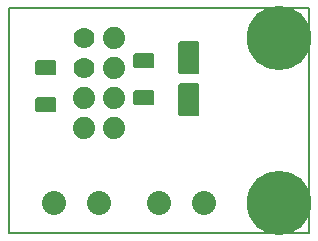
<source format=gbr>
G04 PROTEUS GERBER X2 FILE*
%TF.GenerationSoftware,Labcenter,Proteus,8.6-SP2-Build23525*%
%TF.CreationDate,2017-05-05T12:43:17+00:00*%
%TF.FileFunction,Soldermask,Top*%
%TF.FilePolarity,Negative*%
%TF.Part,Single*%
%FSLAX45Y45*%
%MOMM*%
G01*
%AMPPAD012*
4,1,36,
0.889000,0.508000,
0.889000,-0.508000,
0.886470,-0.533970,
0.879200,-0.557980,
0.867650,-0.579580,
0.852290,-0.598290,
0.833570,-0.613650,
0.811980,-0.625200,
0.787970,-0.632470,
0.762000,-0.635000,
-0.762000,-0.635000,
-0.787970,-0.632470,
-0.811980,-0.625200,
-0.833570,-0.613650,
-0.852290,-0.598290,
-0.867650,-0.579580,
-0.879200,-0.557980,
-0.886470,-0.533970,
-0.889000,-0.508000,
-0.889000,0.508000,
-0.886470,0.533970,
-0.879200,0.557980,
-0.867650,0.579580,
-0.852290,0.598290,
-0.833570,0.613650,
-0.811980,0.625200,
-0.787970,0.632470,
-0.762000,0.635000,
0.762000,0.635000,
0.787970,0.632470,
0.811980,0.625200,
0.833570,0.613650,
0.852290,0.598290,
0.867650,0.579580,
0.879200,0.557980,
0.886470,0.533970,
0.889000,0.508000,
0*%
%TA.AperFunction,Material*%
%ADD20PPAD012*%
%TA.AperFunction,Material*%
%ADD21C,2.032000*%
%TA.AperFunction,Material*%
%ADD22C,1.879600*%
%ADD23C,1.778000*%
%AMPPAD016*
4,1,36,
-0.762000,1.397000,
0.762000,1.397000,
0.787970,1.394470,
0.811980,1.387200,
0.833580,1.375650,
0.852290,1.360290,
0.867650,1.341570,
0.879200,1.319980,
0.886470,1.295970,
0.889000,1.270000,
0.889000,-1.270000,
0.886470,-1.295970,
0.879200,-1.319980,
0.867650,-1.341570,
0.852290,-1.360290,
0.833580,-1.375650,
0.811980,-1.387200,
0.787970,-1.394470,
0.762000,-1.397000,
-0.762000,-1.397000,
-0.787970,-1.394470,
-0.811980,-1.387200,
-0.833580,-1.375650,
-0.852290,-1.360290,
-0.867650,-1.341570,
-0.879200,-1.319980,
-0.886470,-1.295970,
-0.889000,-1.270000,
-0.889000,1.270000,
-0.886470,1.295970,
-0.879200,1.319980,
-0.867650,1.341570,
-0.852290,1.360290,
-0.833580,1.375650,
-0.811980,1.387200,
-0.787970,1.394470,
-0.762000,1.397000,
0*%
%TA.AperFunction,Material*%
%ADD24PPAD016*%
%TA.AperFunction,Material*%
%ADD25C,5.454000*%
%TA.AperFunction,Profile*%
%ADD19C,0.203200*%
%TD.AperFunction*%
D20*
X+1143000Y+1457960D03*
X+1143000Y+1143000D03*
X+317500Y+1397000D03*
X+317500Y+1082040D03*
D21*
X+762000Y+254000D03*
D22*
X+889000Y+1651000D03*
X+889000Y+1397000D03*
X+889000Y+1143000D03*
X+889000Y+889000D03*
X+635000Y+889000D03*
X+635000Y+1143000D03*
D23*
X+635000Y+1397000D03*
X+635000Y+1651000D03*
D24*
X+1524000Y+1483360D03*
X+1524000Y+1122680D03*
D21*
X+1270000Y+254000D03*
X+1651000Y+254000D03*
X+381000Y+254000D03*
D25*
X+2286000Y+1651000D03*
X+2286000Y+254000D03*
D19*
X+0Y+0D02*
X+2540000Y+0D01*
X+2540000Y+1905000D01*
X+0Y+1905000D01*
X+0Y+0D01*
M02*

</source>
